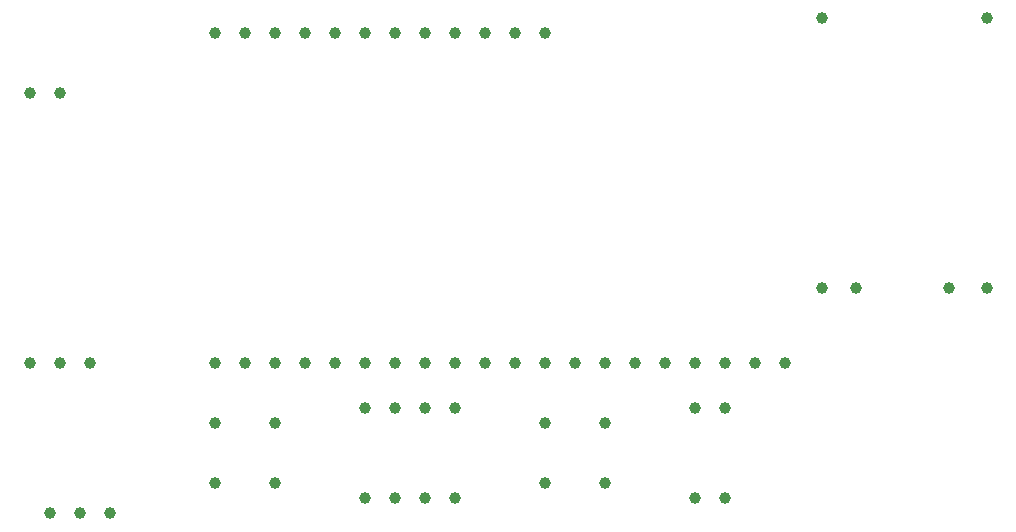
<source format=gbr>
%TF.GenerationSoftware,KiCad,Pcbnew,9.0.0*%
%TF.CreationDate,2025-03-19T00:35:46-07:00*%
%TF.ProjectId,tag,7461672e-6b69-4636-9164-5f7063625858,v0.3*%
%TF.SameCoordinates,Original*%
%TF.FileFunction,Plated,1,2,PTH,Drill*%
%TF.FilePolarity,Positive*%
%FSLAX46Y46*%
G04 Gerber Fmt 4.6, Leading zero omitted, Abs format (unit mm)*
G04 Created by KiCad (PCBNEW 9.0.0) date 2025-03-19 00:35:46*
%MOMM*%
%LPD*%
G01*
G04 APERTURE LIST*
%TA.AperFunction,ComponentDrill*%
%ADD10C,1.000000*%
%TD*%
G04 APERTURE END LIST*
D10*
%TO.C,5V_DC_DC_Converter1*%
X103710000Y-90170000D03*
X103710000Y-113030000D03*
%TO.C,ON_OFF_SWITCH1*%
X105410000Y-125730000D03*
%TO.C,5V_DC_DC_Converter1*%
X106250000Y-90170000D03*
X106250000Y-113030000D03*
%TO.C,ON_OFF_SWITCH1*%
X107950000Y-125730000D03*
%TO.C,5V_DC_DC_Converter1*%
X108790000Y-113030000D03*
%TO.C,ON_OFF_SWITCH1*%
X110490000Y-125730000D03*
%TO.C,ESP32_UWB1*%
X119380000Y-85090000D03*
X119380000Y-113030000D03*
%TO.C,RGB_LED_SQAURE1*%
X119380000Y-118110000D03*
X119380000Y-123190000D03*
%TO.C,ESP32_UWB1*%
X121920000Y-85090000D03*
X121920000Y-113030000D03*
X124460000Y-85090000D03*
X124460000Y-113030000D03*
%TO.C,RGB_LED_SQAURE1*%
X124460000Y-118110000D03*
X124460000Y-123190000D03*
%TO.C,ESP32_UWB1*%
X127000000Y-85090000D03*
X127000000Y-113030000D03*
X129540000Y-85090000D03*
X129540000Y-113030000D03*
X132080000Y-85090000D03*
X132080000Y-113030000D03*
%TO.C,R1*%
X132080000Y-116840000D03*
X132080000Y-124460000D03*
%TO.C,ESP32_UWB1*%
X134620000Y-85090000D03*
X134620000Y-113030000D03*
%TO.C,R2*%
X134620000Y-116840000D03*
X134620000Y-124460000D03*
%TO.C,ESP32_UWB1*%
X137160000Y-85090000D03*
X137160000Y-113030000D03*
%TO.C,R3*%
X137160000Y-116840000D03*
X137160000Y-124460000D03*
%TO.C,ESP32_UWB1*%
X139700000Y-85090000D03*
X139700000Y-113030000D03*
%TO.C,R4*%
X139700000Y-116840000D03*
X139700000Y-124460000D03*
%TO.C,ESP32_UWB1*%
X142240000Y-85090000D03*
X142240000Y-113030000D03*
X144780000Y-85090000D03*
X144780000Y-113030000D03*
X147320000Y-85090000D03*
X147320000Y-113030000D03*
%TO.C,RGB_LED_SQAURE2*%
X147320000Y-118110000D03*
X147320000Y-123190000D03*
%TO.C,ESP32_UWB1*%
X149860000Y-113030000D03*
X152400000Y-113030000D03*
%TO.C,RGB_LED_SQAURE2*%
X152400000Y-118110000D03*
X152400000Y-123190000D03*
%TO.C,ESP32_UWB1*%
X154940000Y-113030000D03*
X157480000Y-113030000D03*
X160020000Y-113030000D03*
%TO.C,R5*%
X160020000Y-116840000D03*
X160020000Y-124460000D03*
%TO.C,ESP32_UWB1*%
X162560000Y-113030000D03*
%TO.C,R6*%
X162560000Y-116840000D03*
X162560000Y-124460000D03*
%TO.C,ESP32_UWB1*%
X165100000Y-113030000D03*
X167640000Y-113030000D03*
%TO.C,Battery_Charger1*%
X170715000Y-83820000D03*
X170715000Y-106680000D03*
X173615000Y-106680000D03*
X181485000Y-106680000D03*
X184685000Y-83820000D03*
X184685000Y-106680000D03*
M02*

</source>
